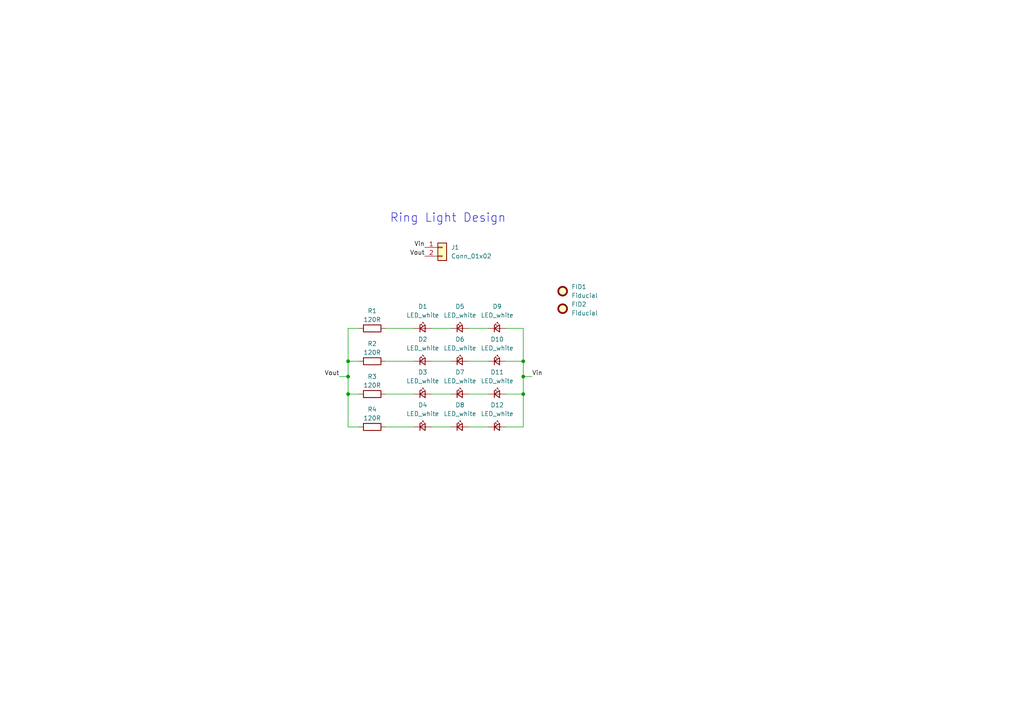
<source format=kicad_sch>
(kicad_sch (version 20211123) (generator eeschema)
  (paper "A4")
  (title_block (title "Ring Light") (date "2022-03-21") (rev "1.0") (company "PNP42") (comment 1 "JAR"))
  (lib_symbols
    (symbol "Connector_Generic:Conn_01x02" (pin_names (offset 1.016) hide)
      (property "Reference" "J" (at 0 2.54 0))
      (property "Value" "Conn_01x02" (at 0 -5.08 0))
      (symbol "Conn_01x02_1_1"
        (rectangle (start -1.27 -2.413) (end 0 -2.667) (stroke (width 0.1524)))
        (rectangle (start -1.27 0.127) (end 0 -0.127) (stroke (width 0.1524)))
        (rectangle (start -1.27 1.27) (end 1.27 -3.81) (stroke (width 0.254)) (fill (type background)))
        (pin passive line (at -5.08 0 0) (length 3.81) (name "Pin_1") (number "1"))
        (pin passive line (at -5.08 -2.54 0) (length 3.81) (name "Pin_2") (number "2"))
      )
    )
    (symbol "Device:LED_Small" (pin_numbers hide) (pin_names (offset 0.254) hide)
      (property "Reference" "D" (at -1.27 3.175 0))
      (property "Value" "LED_Small" (at -4.445 -2.54 0))
      (symbol "LED_Small_0_1"
        (polyline (pts (xy -0.762 -1.016) (xy -0.762 1.016)) (stroke (width 0.254)))
        (polyline (pts (xy 1.016 0) (xy -0.762 0)))
        (polyline (pts (xy 0.762 -1.016) (xy -0.762 0) (xy 0.762 1.016) (xy 0.762 -1.016)) (stroke (width 0.254)))
        (polyline (pts (xy 0 0.762) (xy -0.508 1.27) (xy -0.254 1.27) (xy -0.508 1.27) (xy -0.508 1.016)))
        (polyline (pts (xy 0.508 1.27) (xy 0 1.778) (xy 0.254 1.778) (xy 0 1.778) (xy 0 1.524)))
      )
      (symbol "LED_Small_1_1"
        (pin passive line (at -2.54 0 0) (length 1.778) (name "K") (number "1"))
        (pin passive line (at 2.54 0 180) (length 1.778) (name "A") (number "2"))
      )
    )
    (symbol "Device:R" (pin_numbers hide) (pin_names (offset 0))
      (property "Reference" "R" (at 2.032 0 90))
      (property "Value" "R" (at 0 0 90))
      (symbol "R_0_1"
        (rectangle (start -1.016 -2.54) (end 1.016 2.54) (stroke (width 0.254)))
      )
      (symbol "R_1_1"
        (pin passive line (at 0 3.81 270) (length 1.27) (name "~") (number "1"))
        (pin passive line (at 0 -3.81 90) (length 1.27) (name "~") (number "2"))
      )
    )
    (symbol "Mechanical:Fiducial"
      (property "Reference" "FID" (at 0 5.08 0))
      (property "Value" "Fiducial" (at 0 3.175 0))
      (symbol "Fiducial_0_1"
        (circle (center 0 0) (radius 1.27) (stroke (width 0.508)) (fill (type background)))
      )
    )
  )
  (junction (at 100.965 109.22))
  (junction (at 151.765 114.3))
  (junction (at 151.765 104.775))
  (junction (at 151.765 109.22))
  (junction (at 100.965 104.775))
  (junction (at 100.965 114.3))
  (wire (pts (xy 151.765 123.825) (xy 151.765 114.3)))
  (wire (pts (xy 125.095 123.825) (xy 130.81 123.825)))
  (wire (pts (xy 151.765 114.3) (xy 151.765 109.22)))
  (wire (pts (xy 135.89 104.775) (xy 141.605 104.775)))
  (wire (pts (xy 100.965 123.825) (xy 100.965 114.3)))
  (wire (pts (xy 151.765 109.22) (xy 151.765 104.775)))
  (wire (pts (xy 100.965 104.775) (xy 100.965 109.22)))
  (wire (pts (xy 111.76 123.825) (xy 120.015 123.825)))
  (wire (pts (xy 100.965 109.22) (xy 100.965 114.3)))
  (wire (pts (xy 98.425 109.22) (xy 100.965 109.22)))
  (wire (pts (xy 120.015 95.25) (xy 111.76 95.25)))
  (wire (pts (xy 125.095 114.3) (xy 130.81 114.3)))
  (wire (pts (xy 146.685 114.3) (xy 151.765 114.3)))
  (wire (pts (xy 111.76 104.775) (xy 120.015 104.775)))
  (wire (pts (xy 151.765 95.25) (xy 151.765 104.775)))
  (wire (pts (xy 111.76 114.3) (xy 120.015 114.3)))
  (wire (pts (xy 135.89 123.825) (xy 141.605 123.825)))
  (wire (pts (xy 104.14 104.775) (xy 100.965 104.775)))
  (wire (pts (xy 135.89 95.25) (xy 141.605 95.25)))
  (wire (pts (xy 146.685 95.25) (xy 151.765 95.25)))
  (wire (pts (xy 100.965 95.25) (xy 104.14 95.25)))
  (wire (pts (xy 146.685 123.825) (xy 151.765 123.825)))
  (wire (pts (xy 104.14 123.825) (xy 100.965 123.825)))
  (wire (pts (xy 125.095 104.775) (xy 130.81 104.775)))
  (wire (pts (xy 100.965 114.3) (xy 104.14 114.3)))
  (wire (pts (xy 100.965 104.775) (xy 100.965 95.25)))
  (wire (pts (xy 146.685 104.775) (xy 151.765 104.775)))
  (wire (pts (xy 125.095 95.25) (xy 130.81 95.25)))
  (wire (pts (xy 151.765 109.22) (xy 154.305 109.22)))
  (wire (pts (xy 135.89 114.3) (xy 141.605 114.3)))
  (text "Ring Light Design" (at 113.03 64.77 0) (effects (font (size 2.5 2.5)) (justify left bottom)))
  (label "Vin" (at 123.19 71.755 180))
  (label "Vout" (at 123.19 74.295 180))
  (label "Vout" (at 98.425 109.22 180))
  (label "Vin" (at 154.305 109.22 0))
  (symbol (lib_id "Device:LED_Small") (at 133.35 114.3 0) (unit 1)
    (property "Reference" "D7" (at 133.4135 107.95 0))
    (property "Value" "LED_white" (at 133.4135 110.49 0))
    (property "Footprint" "LED_THT:LED_D5.0mm" (effects hide))
  )
  (symbol (lib_id "Mechanical:Fiducial") (at 163.195 89.535 0) (unit 1)
    (property "Reference" "FID2" (at 165.735 88.2649 0) (effects (justify left)))
    (property "Value" "Fiducial" (at 165.735 90.8049 0) (effects (justify left)))
    (property "Footprint" "Fiducial:Fiducial_1mm_Mask2mm" (effects hide))
  )
  (symbol (lib_id "Device:LED_Small") (at 122.555 104.775 0) (unit 1)
    (property "Reference" "D2" (at 122.6185 98.425 0))
    (property "Value" "LED_white" (at 122.6185 100.965 0))
    (property "Footprint" "LED_THT:LED_D5.0mm" (effects hide))
  )
  (symbol (lib_id "Mechanical:Fiducial") (at 163.195 84.455 0) (unit 1)
    (property "Reference" "FID1" (at 165.735 83.1849 0) (effects (justify left)))
    (property "Value" "Fiducial" (at 165.735 85.7249 0) (effects (justify left)))
    (property "Footprint" "Fiducial:Fiducial_1mm_Mask2mm" (effects hide))
  )
  (symbol (lib_id "Device:LED_Small") (at 133.35 123.825 0) (unit 1)
    (property "Reference" "D8" (at 133.4135 117.475 0))
    (property "Value" "LED_white" (at 133.4135 120.015 0))
    (property "Footprint" "LED_THT:LED_D5.0mm" (effects hide))
  )
  (symbol (lib_id "Device:R") (at 107.95 123.825 90) (unit 1)
    (property "Reference" "R4" (at 107.95 118.745 90))
    (property "Value" "120R" (at 107.95 121.285 90))
    (property "Footprint" "Resistor_SMD:R_0805_2012Metric_Pad1.20x1.40mm_HandSolder" (effects hide))
  )
  (symbol (lib_id "Device:LED_Small") (at 144.145 114.3 0) (unit 1)
    (property "Reference" "D11" (at 144.2085 107.95 0))
    (property "Value" "LED_white" (at 144.2085 110.49 0))
    (property "Footprint" "LED_THT:LED_D5.0mm" (effects hide))
  )
  (symbol (lib_id "Device:LED_Small") (at 133.35 95.25 0) (unit 1)
    (property "Reference" "D5" (at 133.4135 88.9 0))
    (property "Value" "LED_white" (at 133.4135 91.44 0))
    (property "Footprint" "LED_THT:LED_D5.0mm" (effects hide))
  )
  (symbol (lib_id "Connector_Generic:Conn_01x02") (at 128.27 71.755 0) (unit 1)
    (property "Reference" "J1" (at 130.81 71.7549 0) (effects (justify left)))
    (property "Value" "Conn_01x02" (at 130.81 74.2949 0) (effects (justify left)))
    (property "Footprint" "Connector_PinHeader_2.54mm:PinHeader_1x02_P2.54mm_Vertical" (effects hide))
  )
  (symbol (lib_id "Device:R") (at 107.95 104.775 90) (unit 1)
    (property "Reference" "R2" (at 107.95 99.695 90))
    (property "Value" "120R" (at 107.95 102.235 90))
    (property "Footprint" "Resistor_SMD:R_0805_2012Metric_Pad1.20x1.40mm_HandSolder" (effects hide))
  )
  (symbol (lib_id "Device:LED_Small") (at 144.145 123.825 0) (unit 1)
    (property "Reference" "D12" (at 144.2085 117.475 0))
    (property "Value" "LED_white" (at 144.2085 120.015 0))
    (property "Footprint" "LED_THT:LED_D5.0mm" (effects hide))
  )
  (symbol (lib_id "Device:LED_Small") (at 144.145 104.775 0) (unit 1)
    (property "Reference" "D10" (at 144.2085 98.425 0))
    (property "Value" "LED_white" (at 144.2085 100.965 0))
    (property "Footprint" "LED_THT:LED_D5.0mm" (effects hide))
  )
  (symbol (lib_id "Device:R") (at 107.95 95.25 90) (unit 1)
    (property "Reference" "R1" (at 107.95 90.17 90))
    (property "Value" "120R" (at 107.95 92.71 90))
    (property "Footprint" "Resistor_SMD:R_0805_2012Metric_Pad1.20x1.40mm_HandSolder" (effects hide))
  )
  (symbol (lib_id "Device:LED_Small") (at 122.555 95.25 0) (unit 1)
    (property "Reference" "D1" (at 122.6185 88.9 0))
    (property "Value" "LED_white" (at 122.6185 91.44 0))
    (property "Footprint" "LED_THT:LED_D5.0mm" (effects hide))
  )
  (symbol (lib_id "Device:LED_Small") (at 122.555 123.825 0) (unit 1)
    (property "Reference" "D4" (at 122.6185 117.475 0))
    (property "Value" "LED_white" (at 122.6185 120.015 0))
    (property "Footprint" "LED_THT:LED_D5.0mm" (effects hide))
  )
  (symbol (lib_id "Device:LED_Small") (at 133.35 104.775 0) (unit 1)
    (property "Reference" "D6" (at 133.4135 98.425 0))
    (property "Value" "LED_white" (at 133.4135 100.965 0))
    (property "Footprint" "LED_THT:LED_D5.0mm" (effects hide))
  )
  (symbol (lib_id "Device:LED_Small") (at 144.145 95.25 0) (unit 1)
    (property "Reference" "D9" (at 144.2085 88.9 0))
    (property "Value" "LED_white" (at 144.2085 91.44 0))
    (property "Footprint" "LED_THT:LED_D5.0mm" (effects hide))
  )
  (symbol (lib_id "Device:LED_Small") (at 122.555 114.3 0) (unit 1)
    (property "Reference" "D3" (at 122.6185 107.95 0))
    (property "Value" "LED_white" (at 122.6185 110.49 0))
    (property "Footprint" "LED_THT:LED_D5.0mm" (effects hide))
  )
  (symbol (lib_id "Device:R") (at 107.95 114.3 90) (unit 1)
    (property "Reference" "R3" (at 107.95 109.22 90))
    (property "Value" "120R" (at 107.95 111.76 90))
    (property "Footprint" "Resistor_SMD:R_0805_2012Metric_Pad1.20x1.40mm_HandSolder" (effects hide))
  )
)
</source>
